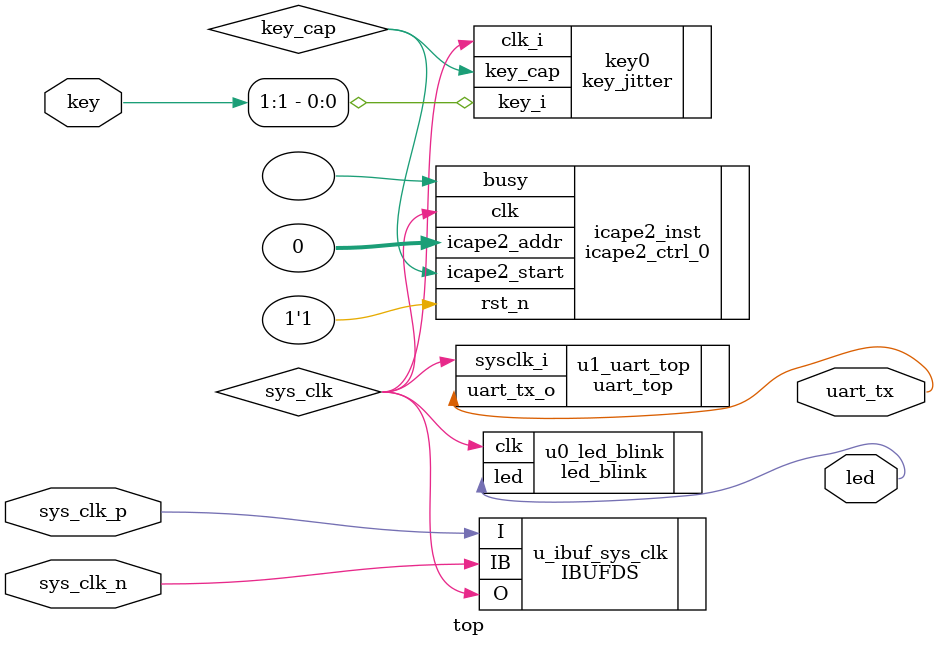
<source format=v>
`timescale 1ns / 1ns

module top
(
    input sys_clk_p,// Differentia system clock 200Mhz input on board
	input sys_clk_n,
	
	input[1:0] key,
	
    output led,
    output uart_tx
);

//===========================================================================
//Differentia system clock to single end clock
//===========================================================================
wire        sys_clk,clk_10m;

// IBUFDS: Differential Input Buffer
//         Kintex-7
// Xilinx HDL Language Template, version 2017.4
   
IBUFDS #(
	.DIFF_TERM("TRUE"),       // Differential Termination
	.IBUF_LOW_PWR("TRUE"),     // Low power="TRUE", Highest performance="FALSE" 
	.IOSTANDARD("DEFAULT")     // Specify the input I/O standard
) u_ibuf_sys_clk (
	.O(sys_clk),  // Buffer output
	.I(sys_clk_p),  // Diff_p buffer input (connect directly to top-level port)
	.IB(sys_clk_n) // Diff_n buffer input (connect directly to top-level port)
);          

key_jitter#
(
	.CLK_FREQ(200000000) //200MHz
)
key0
(
	.clk_i(sys_clk),
	.key_i(key[1]),
	.key_cap(key_cap)
);



icape2_ctrl_0 icape2_inst (
  .clk          (sys_clk    ),    // input wire clk
  .rst_n        (1'b1       ),    // input wire rst_n
  .icape2_start (key_cap    ),    // input wire icape2_start
  .icape2_addr  (32'h000000 ),    // input wire [31 : 0] icape2_addr
  .busy         (           )     // output wire busy
);

/* icape2_ctrl#(
	.DEVICE_ID  (32'h3691093)   // 7K325t-651 7A100t-631 
										// 7A200T-636 7VX690T-691 
)
icape2_inst
(
	.clk			(sys_clk)		,
	.rst_n			(1'b1)			,
	.icape2_start 	(key_cap)		,//start posedge 
	.icape2_addr	(32'h00000000)	,//start multiboot addr

	.busy           ()
); */

led_blink u0_led_blink(
    .clk(sys_clk),  //50MHz

    .led(led)
);

uart_top u1_uart_top
(
    .sysclk_i(sys_clk),
    .uart_tx_o(uart_tx) 
);

endmodule
</source>
